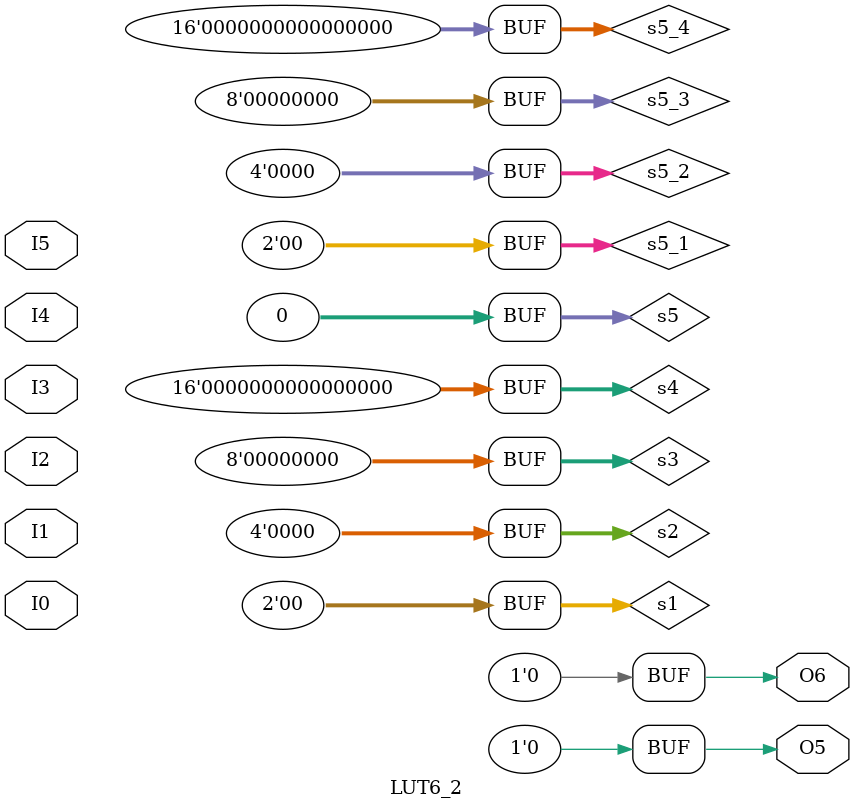
<source format=v>
module LUT6_2(output O6, output O5, input I0, I1, I2, I3, I4, I5);
  parameter [63:0] INIT = 0;
  wire [31: 0] s5 = I5 ? INIT[63:32] : INIT[31: 0];
  wire [15: 0] s4 = I4 ?   s5[31:16] :   s5[15: 0];
  wire [ 7: 0] s3 = I3 ?   s4[15: 8] :   s4[ 7: 0];
  wire [ 3: 0] s2 = I2 ?   s3[ 7: 4] :   s3[ 3: 0];
  wire [ 1: 0] s1 = I1 ?   s2[ 3: 2] :   s2[ 1: 0];
  assign O6 = I0 ? s1[1] : s1[0];
  wire [15: 0] s5_4 = I4 ? INIT[31:16] : INIT[15: 0];
  wire [ 7: 0] s5_3 = I3 ? s5_4[15: 8] : s5_4[ 7: 0];
  wire [ 3: 0] s5_2 = I2 ? s5_3[ 7: 4] : s5_3[ 3: 0];
  wire [ 1: 0] s5_1 = I1 ? s5_2[ 3: 2] : s5_2[ 1: 0];
  assign O5 = I0 ? s5_1[1] : s5_1[0];
endmodule
</source>
